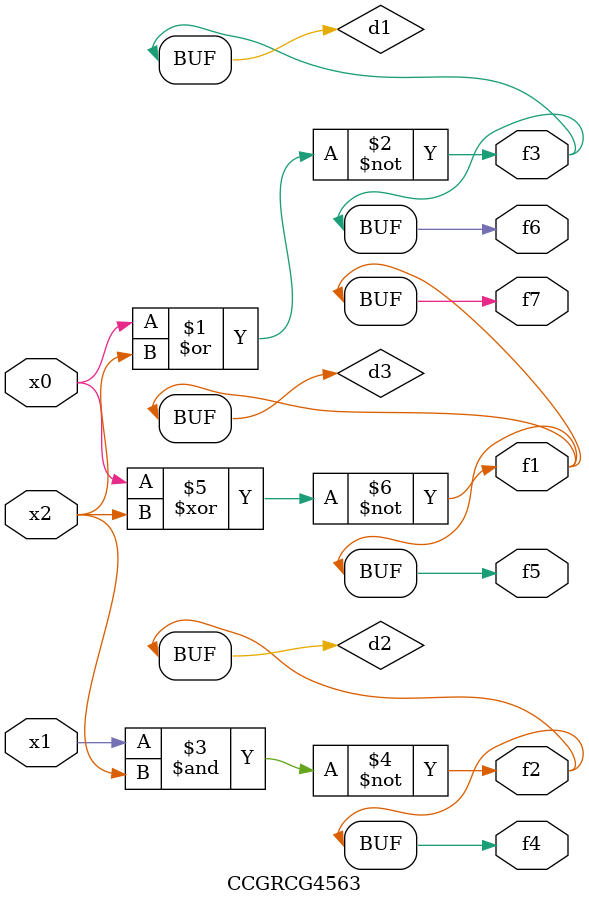
<source format=v>
module CCGRCG4563(
	input x0, x1, x2,
	output f1, f2, f3, f4, f5, f6, f7
);

	wire d1, d2, d3;

	nor (d1, x0, x2);
	nand (d2, x1, x2);
	xnor (d3, x0, x2);
	assign f1 = d3;
	assign f2 = d2;
	assign f3 = d1;
	assign f4 = d2;
	assign f5 = d3;
	assign f6 = d1;
	assign f7 = d3;
endmodule

</source>
